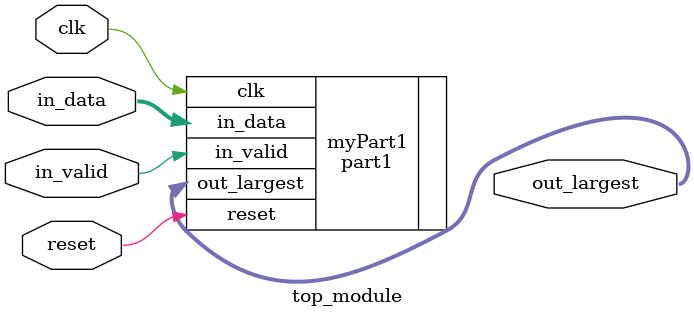
<source format=v>
`timescale 1ns / 1ps

module top_module(
    input wire clk,
    input wire reset,
    input wire [3:0] in_data,
    input wire in_valid,
    output wire [3:0] out_largest
);

    // Instantiate the part1 module
    part1 myPart1(
        .clk(clk),
        .reset(reset),
        .in_data(in_data),
        .in_valid(in_valid),
        .out_largest(out_largest)
    );

endmodule

</source>
